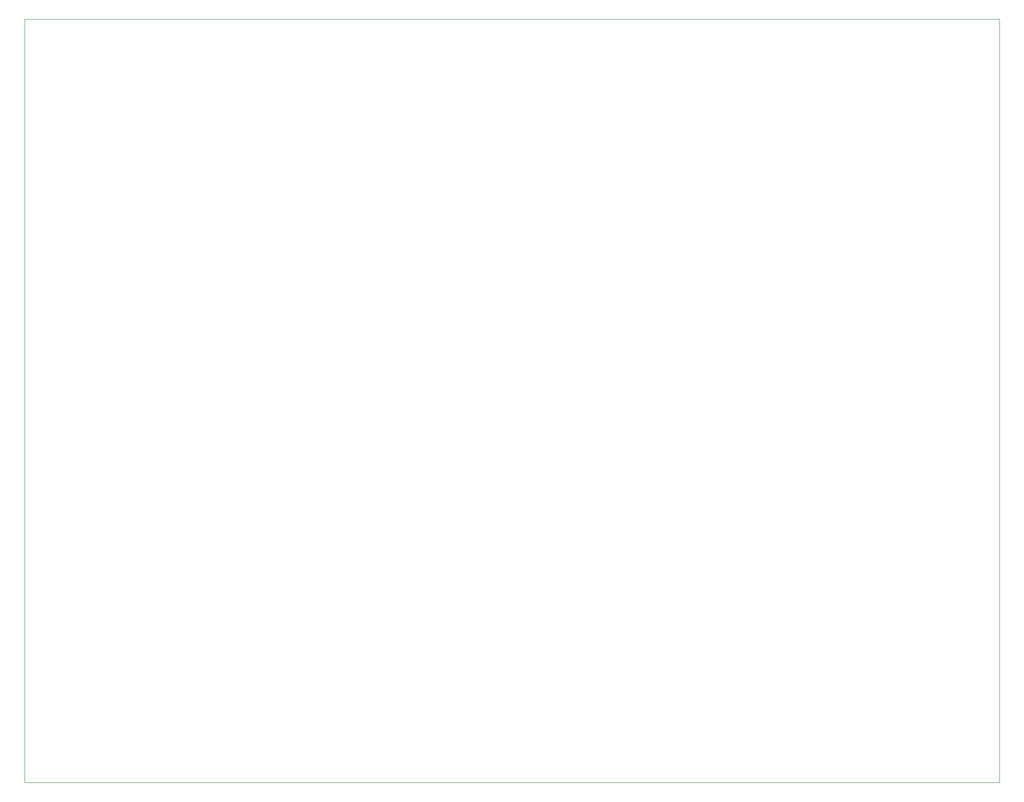
<source format=gbr>
G04 #@! TF.FileFunction,Profile,NP*
%FSLAX46Y46*%
G04 Gerber Fmt 4.6, Leading zero omitted, Abs format (unit mm)*
G04 Created by KiCad (PCBNEW 4.0.7) date 01/04/18 11:16:38*
%MOMM*%
%LPD*%
G01*
G04 APERTURE LIST*
%ADD10C,0.100000*%
G04 APERTURE END LIST*
D10*
X215900000Y-160020000D02*
X34290000Y-160020000D01*
X215900000Y-17780000D02*
X34290000Y-17780000D01*
X34290000Y-160020000D02*
X34290000Y-17780000D01*
X215900000Y-17780000D02*
X215900000Y-160020000D01*
M02*

</source>
